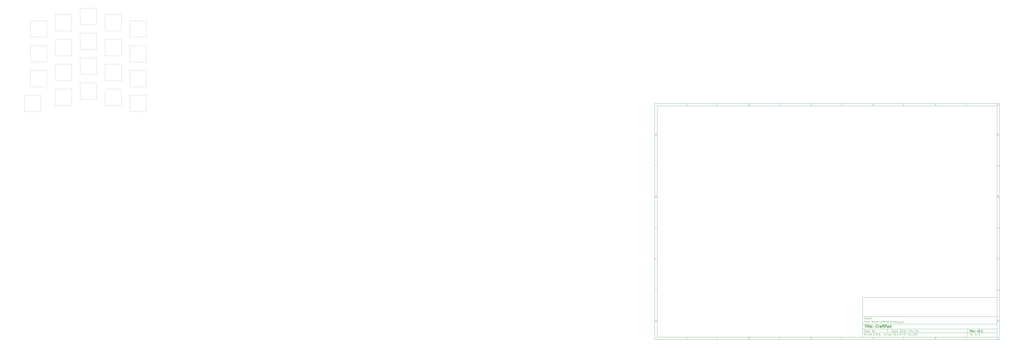
<source format=gbr>
%TF.GenerationSoftware,KiCad,Pcbnew,(5.1.9-0-10_14)*%
%TF.CreationDate,2021-04-02T00:26:10+08:00*%
%TF.ProjectId,MinecraftPad,4d696e65-6372-4616-9674-5061642e6b69,v0.1*%
%TF.SameCoordinates,Original*%
%TF.FileFunction,Other,User*%
%FSLAX46Y46*%
G04 Gerber Fmt 4.6, Leading zero omitted, Abs format (unit mm)*
G04 Created by KiCad (PCBNEW (5.1.9-0-10_14)) date 2021-04-02 00:26:10*
%MOMM*%
%LPD*%
G01*
G04 APERTURE LIST*
%ADD10C,0.100000*%
%ADD11C,0.150000*%
%ADD12C,0.300000*%
%ADD13C,0.400000*%
%ADD14C,0.050000*%
G04 APERTURE END LIST*
D10*
D11*
X177002200Y-166007200D02*
X177002200Y-198007200D01*
X285002200Y-198007200D01*
X285002200Y-166007200D01*
X177002200Y-166007200D01*
D10*
D11*
X10000000Y-10000000D02*
X10000000Y-200007200D01*
X287002200Y-200007200D01*
X287002200Y-10000000D01*
X10000000Y-10000000D01*
D10*
D11*
X12000000Y-12000000D02*
X12000000Y-198007200D01*
X285002200Y-198007200D01*
X285002200Y-12000000D01*
X12000000Y-12000000D01*
D10*
D11*
X60000000Y-12000000D02*
X60000000Y-10000000D01*
D10*
D11*
X110000000Y-12000000D02*
X110000000Y-10000000D01*
D10*
D11*
X160000000Y-12000000D02*
X160000000Y-10000000D01*
D10*
D11*
X210000000Y-12000000D02*
X210000000Y-10000000D01*
D10*
D11*
X260000000Y-12000000D02*
X260000000Y-10000000D01*
D10*
D11*
X36065476Y-11588095D02*
X35322619Y-11588095D01*
X35694047Y-11588095D02*
X35694047Y-10288095D01*
X35570238Y-10473809D01*
X35446428Y-10597619D01*
X35322619Y-10659523D01*
D10*
D11*
X85322619Y-10411904D02*
X85384523Y-10350000D01*
X85508333Y-10288095D01*
X85817857Y-10288095D01*
X85941666Y-10350000D01*
X86003571Y-10411904D01*
X86065476Y-10535714D01*
X86065476Y-10659523D01*
X86003571Y-10845238D01*
X85260714Y-11588095D01*
X86065476Y-11588095D01*
D10*
D11*
X135260714Y-10288095D02*
X136065476Y-10288095D01*
X135632142Y-10783333D01*
X135817857Y-10783333D01*
X135941666Y-10845238D01*
X136003571Y-10907142D01*
X136065476Y-11030952D01*
X136065476Y-11340476D01*
X136003571Y-11464285D01*
X135941666Y-11526190D01*
X135817857Y-11588095D01*
X135446428Y-11588095D01*
X135322619Y-11526190D01*
X135260714Y-11464285D01*
D10*
D11*
X185941666Y-10721428D02*
X185941666Y-11588095D01*
X185632142Y-10226190D02*
X185322619Y-11154761D01*
X186127380Y-11154761D01*
D10*
D11*
X236003571Y-10288095D02*
X235384523Y-10288095D01*
X235322619Y-10907142D01*
X235384523Y-10845238D01*
X235508333Y-10783333D01*
X235817857Y-10783333D01*
X235941666Y-10845238D01*
X236003571Y-10907142D01*
X236065476Y-11030952D01*
X236065476Y-11340476D01*
X236003571Y-11464285D01*
X235941666Y-11526190D01*
X235817857Y-11588095D01*
X235508333Y-11588095D01*
X235384523Y-11526190D01*
X235322619Y-11464285D01*
D10*
D11*
X285941666Y-10288095D02*
X285694047Y-10288095D01*
X285570238Y-10350000D01*
X285508333Y-10411904D01*
X285384523Y-10597619D01*
X285322619Y-10845238D01*
X285322619Y-11340476D01*
X285384523Y-11464285D01*
X285446428Y-11526190D01*
X285570238Y-11588095D01*
X285817857Y-11588095D01*
X285941666Y-11526190D01*
X286003571Y-11464285D01*
X286065476Y-11340476D01*
X286065476Y-11030952D01*
X286003571Y-10907142D01*
X285941666Y-10845238D01*
X285817857Y-10783333D01*
X285570238Y-10783333D01*
X285446428Y-10845238D01*
X285384523Y-10907142D01*
X285322619Y-11030952D01*
D10*
D11*
X60000000Y-198007200D02*
X60000000Y-200007200D01*
D10*
D11*
X110000000Y-198007200D02*
X110000000Y-200007200D01*
D10*
D11*
X160000000Y-198007200D02*
X160000000Y-200007200D01*
D10*
D11*
X210000000Y-198007200D02*
X210000000Y-200007200D01*
D10*
D11*
X260000000Y-198007200D02*
X260000000Y-200007200D01*
D10*
D11*
X36065476Y-199595295D02*
X35322619Y-199595295D01*
X35694047Y-199595295D02*
X35694047Y-198295295D01*
X35570238Y-198481009D01*
X35446428Y-198604819D01*
X35322619Y-198666723D01*
D10*
D11*
X85322619Y-198419104D02*
X85384523Y-198357200D01*
X85508333Y-198295295D01*
X85817857Y-198295295D01*
X85941666Y-198357200D01*
X86003571Y-198419104D01*
X86065476Y-198542914D01*
X86065476Y-198666723D01*
X86003571Y-198852438D01*
X85260714Y-199595295D01*
X86065476Y-199595295D01*
D10*
D11*
X135260714Y-198295295D02*
X136065476Y-198295295D01*
X135632142Y-198790533D01*
X135817857Y-198790533D01*
X135941666Y-198852438D01*
X136003571Y-198914342D01*
X136065476Y-199038152D01*
X136065476Y-199347676D01*
X136003571Y-199471485D01*
X135941666Y-199533390D01*
X135817857Y-199595295D01*
X135446428Y-199595295D01*
X135322619Y-199533390D01*
X135260714Y-199471485D01*
D10*
D11*
X185941666Y-198728628D02*
X185941666Y-199595295D01*
X185632142Y-198233390D02*
X185322619Y-199161961D01*
X186127380Y-199161961D01*
D10*
D11*
X236003571Y-198295295D02*
X235384523Y-198295295D01*
X235322619Y-198914342D01*
X235384523Y-198852438D01*
X235508333Y-198790533D01*
X235817857Y-198790533D01*
X235941666Y-198852438D01*
X236003571Y-198914342D01*
X236065476Y-199038152D01*
X236065476Y-199347676D01*
X236003571Y-199471485D01*
X235941666Y-199533390D01*
X235817857Y-199595295D01*
X235508333Y-199595295D01*
X235384523Y-199533390D01*
X235322619Y-199471485D01*
D10*
D11*
X285941666Y-198295295D02*
X285694047Y-198295295D01*
X285570238Y-198357200D01*
X285508333Y-198419104D01*
X285384523Y-198604819D01*
X285322619Y-198852438D01*
X285322619Y-199347676D01*
X285384523Y-199471485D01*
X285446428Y-199533390D01*
X285570238Y-199595295D01*
X285817857Y-199595295D01*
X285941666Y-199533390D01*
X286003571Y-199471485D01*
X286065476Y-199347676D01*
X286065476Y-199038152D01*
X286003571Y-198914342D01*
X285941666Y-198852438D01*
X285817857Y-198790533D01*
X285570238Y-198790533D01*
X285446428Y-198852438D01*
X285384523Y-198914342D01*
X285322619Y-199038152D01*
D10*
D11*
X10000000Y-60000000D02*
X12000000Y-60000000D01*
D10*
D11*
X10000000Y-110000000D02*
X12000000Y-110000000D01*
D10*
D11*
X10000000Y-160000000D02*
X12000000Y-160000000D01*
D10*
D11*
X10690476Y-35216666D02*
X11309523Y-35216666D01*
X10566666Y-35588095D02*
X11000000Y-34288095D01*
X11433333Y-35588095D01*
D10*
D11*
X11092857Y-84907142D02*
X11278571Y-84969047D01*
X11340476Y-85030952D01*
X11402380Y-85154761D01*
X11402380Y-85340476D01*
X11340476Y-85464285D01*
X11278571Y-85526190D01*
X11154761Y-85588095D01*
X10659523Y-85588095D01*
X10659523Y-84288095D01*
X11092857Y-84288095D01*
X11216666Y-84350000D01*
X11278571Y-84411904D01*
X11340476Y-84535714D01*
X11340476Y-84659523D01*
X11278571Y-84783333D01*
X11216666Y-84845238D01*
X11092857Y-84907142D01*
X10659523Y-84907142D01*
D10*
D11*
X11402380Y-135464285D02*
X11340476Y-135526190D01*
X11154761Y-135588095D01*
X11030952Y-135588095D01*
X10845238Y-135526190D01*
X10721428Y-135402380D01*
X10659523Y-135278571D01*
X10597619Y-135030952D01*
X10597619Y-134845238D01*
X10659523Y-134597619D01*
X10721428Y-134473809D01*
X10845238Y-134350000D01*
X11030952Y-134288095D01*
X11154761Y-134288095D01*
X11340476Y-134350000D01*
X11402380Y-134411904D01*
D10*
D11*
X10659523Y-185588095D02*
X10659523Y-184288095D01*
X10969047Y-184288095D01*
X11154761Y-184350000D01*
X11278571Y-184473809D01*
X11340476Y-184597619D01*
X11402380Y-184845238D01*
X11402380Y-185030952D01*
X11340476Y-185278571D01*
X11278571Y-185402380D01*
X11154761Y-185526190D01*
X10969047Y-185588095D01*
X10659523Y-185588095D01*
D10*
D11*
X287002200Y-60000000D02*
X285002200Y-60000000D01*
D10*
D11*
X287002200Y-110000000D02*
X285002200Y-110000000D01*
D10*
D11*
X287002200Y-160000000D02*
X285002200Y-160000000D01*
D10*
D11*
X285692676Y-35216666D02*
X286311723Y-35216666D01*
X285568866Y-35588095D02*
X286002200Y-34288095D01*
X286435533Y-35588095D01*
D10*
D11*
X286095057Y-84907142D02*
X286280771Y-84969047D01*
X286342676Y-85030952D01*
X286404580Y-85154761D01*
X286404580Y-85340476D01*
X286342676Y-85464285D01*
X286280771Y-85526190D01*
X286156961Y-85588095D01*
X285661723Y-85588095D01*
X285661723Y-84288095D01*
X286095057Y-84288095D01*
X286218866Y-84350000D01*
X286280771Y-84411904D01*
X286342676Y-84535714D01*
X286342676Y-84659523D01*
X286280771Y-84783333D01*
X286218866Y-84845238D01*
X286095057Y-84907142D01*
X285661723Y-84907142D01*
D10*
D11*
X286404580Y-135464285D02*
X286342676Y-135526190D01*
X286156961Y-135588095D01*
X286033152Y-135588095D01*
X285847438Y-135526190D01*
X285723628Y-135402380D01*
X285661723Y-135278571D01*
X285599819Y-135030952D01*
X285599819Y-134845238D01*
X285661723Y-134597619D01*
X285723628Y-134473809D01*
X285847438Y-134350000D01*
X286033152Y-134288095D01*
X286156961Y-134288095D01*
X286342676Y-134350000D01*
X286404580Y-134411904D01*
D10*
D11*
X285661723Y-185588095D02*
X285661723Y-184288095D01*
X285971247Y-184288095D01*
X286156961Y-184350000D01*
X286280771Y-184473809D01*
X286342676Y-184597619D01*
X286404580Y-184845238D01*
X286404580Y-185030952D01*
X286342676Y-185278571D01*
X286280771Y-185402380D01*
X286156961Y-185526190D01*
X285971247Y-185588095D01*
X285661723Y-185588095D01*
D10*
D11*
X200434342Y-193785771D02*
X200434342Y-192285771D01*
X200791485Y-192285771D01*
X201005771Y-192357200D01*
X201148628Y-192500057D01*
X201220057Y-192642914D01*
X201291485Y-192928628D01*
X201291485Y-193142914D01*
X201220057Y-193428628D01*
X201148628Y-193571485D01*
X201005771Y-193714342D01*
X200791485Y-193785771D01*
X200434342Y-193785771D01*
X202577200Y-193785771D02*
X202577200Y-193000057D01*
X202505771Y-192857200D01*
X202362914Y-192785771D01*
X202077200Y-192785771D01*
X201934342Y-192857200D01*
X202577200Y-193714342D02*
X202434342Y-193785771D01*
X202077200Y-193785771D01*
X201934342Y-193714342D01*
X201862914Y-193571485D01*
X201862914Y-193428628D01*
X201934342Y-193285771D01*
X202077200Y-193214342D01*
X202434342Y-193214342D01*
X202577200Y-193142914D01*
X203077200Y-192785771D02*
X203648628Y-192785771D01*
X203291485Y-192285771D02*
X203291485Y-193571485D01*
X203362914Y-193714342D01*
X203505771Y-193785771D01*
X203648628Y-193785771D01*
X204720057Y-193714342D02*
X204577200Y-193785771D01*
X204291485Y-193785771D01*
X204148628Y-193714342D01*
X204077200Y-193571485D01*
X204077200Y-193000057D01*
X204148628Y-192857200D01*
X204291485Y-192785771D01*
X204577200Y-192785771D01*
X204720057Y-192857200D01*
X204791485Y-193000057D01*
X204791485Y-193142914D01*
X204077200Y-193285771D01*
X205434342Y-193642914D02*
X205505771Y-193714342D01*
X205434342Y-193785771D01*
X205362914Y-193714342D01*
X205434342Y-193642914D01*
X205434342Y-193785771D01*
X205434342Y-192857200D02*
X205505771Y-192928628D01*
X205434342Y-193000057D01*
X205362914Y-192928628D01*
X205434342Y-192857200D01*
X205434342Y-193000057D01*
X207220057Y-192428628D02*
X207291485Y-192357200D01*
X207434342Y-192285771D01*
X207791485Y-192285771D01*
X207934342Y-192357200D01*
X208005771Y-192428628D01*
X208077200Y-192571485D01*
X208077200Y-192714342D01*
X208005771Y-192928628D01*
X207148628Y-193785771D01*
X208077200Y-193785771D01*
X209005771Y-192285771D02*
X209148628Y-192285771D01*
X209291485Y-192357200D01*
X209362914Y-192428628D01*
X209434342Y-192571485D01*
X209505771Y-192857200D01*
X209505771Y-193214342D01*
X209434342Y-193500057D01*
X209362914Y-193642914D01*
X209291485Y-193714342D01*
X209148628Y-193785771D01*
X209005771Y-193785771D01*
X208862914Y-193714342D01*
X208791485Y-193642914D01*
X208720057Y-193500057D01*
X208648628Y-193214342D01*
X208648628Y-192857200D01*
X208720057Y-192571485D01*
X208791485Y-192428628D01*
X208862914Y-192357200D01*
X209005771Y-192285771D01*
X210077200Y-192428628D02*
X210148628Y-192357200D01*
X210291485Y-192285771D01*
X210648628Y-192285771D01*
X210791485Y-192357200D01*
X210862914Y-192428628D01*
X210934342Y-192571485D01*
X210934342Y-192714342D01*
X210862914Y-192928628D01*
X210005771Y-193785771D01*
X210934342Y-193785771D01*
X212362914Y-193785771D02*
X211505771Y-193785771D01*
X211934342Y-193785771D02*
X211934342Y-192285771D01*
X211791485Y-192500057D01*
X211648628Y-192642914D01*
X211505771Y-192714342D01*
X213005771Y-193214342D02*
X214148628Y-193214342D01*
X215148628Y-192285771D02*
X215291485Y-192285771D01*
X215434342Y-192357200D01*
X215505771Y-192428628D01*
X215577200Y-192571485D01*
X215648628Y-192857200D01*
X215648628Y-193214342D01*
X215577200Y-193500057D01*
X215505771Y-193642914D01*
X215434342Y-193714342D01*
X215291485Y-193785771D01*
X215148628Y-193785771D01*
X215005771Y-193714342D01*
X214934342Y-193642914D01*
X214862914Y-193500057D01*
X214791485Y-193214342D01*
X214791485Y-192857200D01*
X214862914Y-192571485D01*
X214934342Y-192428628D01*
X215005771Y-192357200D01*
X215148628Y-192285771D01*
X216934342Y-192785771D02*
X216934342Y-193785771D01*
X216577200Y-192214342D02*
X216220057Y-193285771D01*
X217148628Y-193285771D01*
X217720057Y-193214342D02*
X218862914Y-193214342D01*
X219862914Y-192285771D02*
X220005771Y-192285771D01*
X220148628Y-192357200D01*
X220220057Y-192428628D01*
X220291485Y-192571485D01*
X220362914Y-192857200D01*
X220362914Y-193214342D01*
X220291485Y-193500057D01*
X220220057Y-193642914D01*
X220148628Y-193714342D01*
X220005771Y-193785771D01*
X219862914Y-193785771D01*
X219720057Y-193714342D01*
X219648628Y-193642914D01*
X219577200Y-193500057D01*
X219505771Y-193214342D01*
X219505771Y-192857200D01*
X219577200Y-192571485D01*
X219648628Y-192428628D01*
X219720057Y-192357200D01*
X219862914Y-192285771D01*
X221791485Y-193785771D02*
X220934342Y-193785771D01*
X221362914Y-193785771D02*
X221362914Y-192285771D01*
X221220057Y-192500057D01*
X221077200Y-192642914D01*
X220934342Y-192714342D01*
D10*
D11*
X177002200Y-194507200D02*
X285002200Y-194507200D01*
D10*
D11*
X178434342Y-196585771D02*
X178434342Y-195085771D01*
X179291485Y-196585771D02*
X178648628Y-195728628D01*
X179291485Y-195085771D02*
X178434342Y-195942914D01*
X179934342Y-196585771D02*
X179934342Y-195585771D01*
X179934342Y-195085771D02*
X179862914Y-195157200D01*
X179934342Y-195228628D01*
X180005771Y-195157200D01*
X179934342Y-195085771D01*
X179934342Y-195228628D01*
X181505771Y-196442914D02*
X181434342Y-196514342D01*
X181220057Y-196585771D01*
X181077200Y-196585771D01*
X180862914Y-196514342D01*
X180720057Y-196371485D01*
X180648628Y-196228628D01*
X180577200Y-195942914D01*
X180577200Y-195728628D01*
X180648628Y-195442914D01*
X180720057Y-195300057D01*
X180862914Y-195157200D01*
X181077200Y-195085771D01*
X181220057Y-195085771D01*
X181434342Y-195157200D01*
X181505771Y-195228628D01*
X182791485Y-196585771D02*
X182791485Y-195800057D01*
X182720057Y-195657200D01*
X182577200Y-195585771D01*
X182291485Y-195585771D01*
X182148628Y-195657200D01*
X182791485Y-196514342D02*
X182648628Y-196585771D01*
X182291485Y-196585771D01*
X182148628Y-196514342D01*
X182077200Y-196371485D01*
X182077200Y-196228628D01*
X182148628Y-196085771D01*
X182291485Y-196014342D01*
X182648628Y-196014342D01*
X182791485Y-195942914D01*
X184148628Y-196585771D02*
X184148628Y-195085771D01*
X184148628Y-196514342D02*
X184005771Y-196585771D01*
X183720057Y-196585771D01*
X183577200Y-196514342D01*
X183505771Y-196442914D01*
X183434342Y-196300057D01*
X183434342Y-195871485D01*
X183505771Y-195728628D01*
X183577200Y-195657200D01*
X183720057Y-195585771D01*
X184005771Y-195585771D01*
X184148628Y-195657200D01*
X186005771Y-195800057D02*
X186505771Y-195800057D01*
X186720057Y-196585771D02*
X186005771Y-196585771D01*
X186005771Y-195085771D01*
X186720057Y-195085771D01*
X187362914Y-196442914D02*
X187434342Y-196514342D01*
X187362914Y-196585771D01*
X187291485Y-196514342D01*
X187362914Y-196442914D01*
X187362914Y-196585771D01*
X188077200Y-196585771D02*
X188077200Y-195085771D01*
X188434342Y-195085771D01*
X188648628Y-195157200D01*
X188791485Y-195300057D01*
X188862914Y-195442914D01*
X188934342Y-195728628D01*
X188934342Y-195942914D01*
X188862914Y-196228628D01*
X188791485Y-196371485D01*
X188648628Y-196514342D01*
X188434342Y-196585771D01*
X188077200Y-196585771D01*
X189577200Y-196442914D02*
X189648628Y-196514342D01*
X189577200Y-196585771D01*
X189505771Y-196514342D01*
X189577200Y-196442914D01*
X189577200Y-196585771D01*
X190220057Y-196157200D02*
X190934342Y-196157200D01*
X190077200Y-196585771D02*
X190577200Y-195085771D01*
X191077200Y-196585771D01*
X191577200Y-196442914D02*
X191648628Y-196514342D01*
X191577200Y-196585771D01*
X191505771Y-196514342D01*
X191577200Y-196442914D01*
X191577200Y-196585771D01*
X194577200Y-196585771D02*
X194577200Y-195085771D01*
X194720057Y-196014342D02*
X195148628Y-196585771D01*
X195148628Y-195585771D02*
X194577200Y-196157200D01*
X195791485Y-196585771D02*
X195791485Y-195585771D01*
X195791485Y-195085771D02*
X195720057Y-195157200D01*
X195791485Y-195228628D01*
X195862914Y-195157200D01*
X195791485Y-195085771D01*
X195791485Y-195228628D01*
X197148628Y-196514342D02*
X197005771Y-196585771D01*
X196720057Y-196585771D01*
X196577200Y-196514342D01*
X196505771Y-196442914D01*
X196434342Y-196300057D01*
X196434342Y-195871485D01*
X196505771Y-195728628D01*
X196577200Y-195657200D01*
X196720057Y-195585771D01*
X197005771Y-195585771D01*
X197148628Y-195657200D01*
X198434342Y-196585771D02*
X198434342Y-195800057D01*
X198362914Y-195657200D01*
X198220057Y-195585771D01*
X197934342Y-195585771D01*
X197791485Y-195657200D01*
X198434342Y-196514342D02*
X198291485Y-196585771D01*
X197934342Y-196585771D01*
X197791485Y-196514342D01*
X197720057Y-196371485D01*
X197720057Y-196228628D01*
X197791485Y-196085771D01*
X197934342Y-196014342D01*
X198291485Y-196014342D01*
X198434342Y-195942914D01*
X199791485Y-196585771D02*
X199791485Y-195085771D01*
X199791485Y-196514342D02*
X199648628Y-196585771D01*
X199362914Y-196585771D01*
X199220057Y-196514342D01*
X199148628Y-196442914D01*
X199077200Y-196300057D01*
X199077200Y-195871485D01*
X199148628Y-195728628D01*
X199220057Y-195657200D01*
X199362914Y-195585771D01*
X199648628Y-195585771D01*
X199791485Y-195657200D01*
X202077200Y-197157200D02*
X202005771Y-197085771D01*
X201862914Y-196871485D01*
X201791485Y-196728628D01*
X201720057Y-196514342D01*
X201648628Y-196157200D01*
X201648628Y-195871485D01*
X201720057Y-195514342D01*
X201791485Y-195300057D01*
X201862914Y-195157200D01*
X202005771Y-194942914D01*
X202077200Y-194871485D01*
X203362914Y-195085771D02*
X202648628Y-195085771D01*
X202577200Y-195800057D01*
X202648628Y-195728628D01*
X202791485Y-195657200D01*
X203148628Y-195657200D01*
X203291485Y-195728628D01*
X203362914Y-195800057D01*
X203434342Y-195942914D01*
X203434342Y-196300057D01*
X203362914Y-196442914D01*
X203291485Y-196514342D01*
X203148628Y-196585771D01*
X202791485Y-196585771D01*
X202648628Y-196514342D01*
X202577200Y-196442914D01*
X204077200Y-196442914D02*
X204148628Y-196514342D01*
X204077200Y-196585771D01*
X204005771Y-196514342D01*
X204077200Y-196442914D01*
X204077200Y-196585771D01*
X205577200Y-196585771D02*
X204720057Y-196585771D01*
X205148628Y-196585771D02*
X205148628Y-195085771D01*
X205005771Y-195300057D01*
X204862914Y-195442914D01*
X204720057Y-195514342D01*
X206220057Y-196442914D02*
X206291485Y-196514342D01*
X206220057Y-196585771D01*
X206148628Y-196514342D01*
X206220057Y-196442914D01*
X206220057Y-196585771D01*
X207005771Y-196585771D02*
X207291485Y-196585771D01*
X207434342Y-196514342D01*
X207505771Y-196442914D01*
X207648628Y-196228628D01*
X207720057Y-195942914D01*
X207720057Y-195371485D01*
X207648628Y-195228628D01*
X207577200Y-195157200D01*
X207434342Y-195085771D01*
X207148628Y-195085771D01*
X207005771Y-195157200D01*
X206934342Y-195228628D01*
X206862914Y-195371485D01*
X206862914Y-195728628D01*
X206934342Y-195871485D01*
X207005771Y-195942914D01*
X207148628Y-196014342D01*
X207434342Y-196014342D01*
X207577200Y-195942914D01*
X207648628Y-195871485D01*
X207720057Y-195728628D01*
X208362914Y-196014342D02*
X209505771Y-196014342D01*
X210505771Y-195085771D02*
X210648628Y-195085771D01*
X210791485Y-195157200D01*
X210862914Y-195228628D01*
X210934342Y-195371485D01*
X211005771Y-195657200D01*
X211005771Y-196014342D01*
X210934342Y-196300057D01*
X210862914Y-196442914D01*
X210791485Y-196514342D01*
X210648628Y-196585771D01*
X210505771Y-196585771D01*
X210362914Y-196514342D01*
X210291485Y-196442914D01*
X210220057Y-196300057D01*
X210148628Y-196014342D01*
X210148628Y-195657200D01*
X210220057Y-195371485D01*
X210291485Y-195228628D01*
X210362914Y-195157200D01*
X210505771Y-195085771D01*
X211648628Y-196014342D02*
X212791485Y-196014342D01*
X214291485Y-196585771D02*
X213434342Y-196585771D01*
X213862914Y-196585771D02*
X213862914Y-195085771D01*
X213720057Y-195300057D01*
X213577200Y-195442914D01*
X213434342Y-195514342D01*
X215220057Y-195085771D02*
X215362914Y-195085771D01*
X215505771Y-195157200D01*
X215577200Y-195228628D01*
X215648628Y-195371485D01*
X215720057Y-195657200D01*
X215720057Y-196014342D01*
X215648628Y-196300057D01*
X215577200Y-196442914D01*
X215505771Y-196514342D01*
X215362914Y-196585771D01*
X215220057Y-196585771D01*
X215077200Y-196514342D01*
X215005771Y-196442914D01*
X214934342Y-196300057D01*
X214862914Y-196014342D01*
X214862914Y-195657200D01*
X214934342Y-195371485D01*
X215005771Y-195228628D01*
X215077200Y-195157200D01*
X215220057Y-195085771D01*
X216005771Y-196728628D02*
X217148628Y-196728628D01*
X218291485Y-196585771D02*
X217434342Y-196585771D01*
X217862914Y-196585771D02*
X217862914Y-195085771D01*
X217720057Y-195300057D01*
X217577200Y-195442914D01*
X217434342Y-195514342D01*
X219577200Y-195585771D02*
X219577200Y-196585771D01*
X219220057Y-195014342D02*
X218862914Y-196085771D01*
X219791485Y-196085771D01*
X220220057Y-197157200D02*
X220291485Y-197085771D01*
X220434342Y-196871485D01*
X220505771Y-196728628D01*
X220577200Y-196514342D01*
X220648628Y-196157200D01*
X220648628Y-195871485D01*
X220577200Y-195514342D01*
X220505771Y-195300057D01*
X220434342Y-195157200D01*
X220291485Y-194942914D01*
X220220057Y-194871485D01*
D10*
D11*
X177002200Y-191507200D02*
X285002200Y-191507200D01*
D10*
D12*
X264411485Y-193785771D02*
X263911485Y-193071485D01*
X263554342Y-193785771D02*
X263554342Y-192285771D01*
X264125771Y-192285771D01*
X264268628Y-192357200D01*
X264340057Y-192428628D01*
X264411485Y-192571485D01*
X264411485Y-192785771D01*
X264340057Y-192928628D01*
X264268628Y-193000057D01*
X264125771Y-193071485D01*
X263554342Y-193071485D01*
X265625771Y-193714342D02*
X265482914Y-193785771D01*
X265197200Y-193785771D01*
X265054342Y-193714342D01*
X264982914Y-193571485D01*
X264982914Y-193000057D01*
X265054342Y-192857200D01*
X265197200Y-192785771D01*
X265482914Y-192785771D01*
X265625771Y-192857200D01*
X265697200Y-193000057D01*
X265697200Y-193142914D01*
X264982914Y-193285771D01*
X266197200Y-192785771D02*
X266554342Y-193785771D01*
X266911485Y-192785771D01*
X267482914Y-193642914D02*
X267554342Y-193714342D01*
X267482914Y-193785771D01*
X267411485Y-193714342D01*
X267482914Y-193642914D01*
X267482914Y-193785771D01*
X267482914Y-192857200D02*
X267554342Y-192928628D01*
X267482914Y-193000057D01*
X267411485Y-192928628D01*
X267482914Y-192857200D01*
X267482914Y-193000057D01*
X269197200Y-192785771D02*
X269554342Y-193785771D01*
X269911485Y-192785771D01*
X270768628Y-192285771D02*
X270911485Y-192285771D01*
X271054342Y-192357200D01*
X271125771Y-192428628D01*
X271197200Y-192571485D01*
X271268628Y-192857200D01*
X271268628Y-193214342D01*
X271197200Y-193500057D01*
X271125771Y-193642914D01*
X271054342Y-193714342D01*
X270911485Y-193785771D01*
X270768628Y-193785771D01*
X270625771Y-193714342D01*
X270554342Y-193642914D01*
X270482914Y-193500057D01*
X270411485Y-193214342D01*
X270411485Y-192857200D01*
X270482914Y-192571485D01*
X270554342Y-192428628D01*
X270625771Y-192357200D01*
X270768628Y-192285771D01*
X271911485Y-193642914D02*
X271982914Y-193714342D01*
X271911485Y-193785771D01*
X271840057Y-193714342D01*
X271911485Y-193642914D01*
X271911485Y-193785771D01*
X273411485Y-193785771D02*
X272554342Y-193785771D01*
X272982914Y-193785771D02*
X272982914Y-192285771D01*
X272840057Y-192500057D01*
X272697200Y-192642914D01*
X272554342Y-192714342D01*
D10*
D11*
X178362914Y-193714342D02*
X178577200Y-193785771D01*
X178934342Y-193785771D01*
X179077200Y-193714342D01*
X179148628Y-193642914D01*
X179220057Y-193500057D01*
X179220057Y-193357200D01*
X179148628Y-193214342D01*
X179077200Y-193142914D01*
X178934342Y-193071485D01*
X178648628Y-193000057D01*
X178505771Y-192928628D01*
X178434342Y-192857200D01*
X178362914Y-192714342D01*
X178362914Y-192571485D01*
X178434342Y-192428628D01*
X178505771Y-192357200D01*
X178648628Y-192285771D01*
X179005771Y-192285771D01*
X179220057Y-192357200D01*
X179862914Y-193785771D02*
X179862914Y-192785771D01*
X179862914Y-192285771D02*
X179791485Y-192357200D01*
X179862914Y-192428628D01*
X179934342Y-192357200D01*
X179862914Y-192285771D01*
X179862914Y-192428628D01*
X180434342Y-192785771D02*
X181220057Y-192785771D01*
X180434342Y-193785771D01*
X181220057Y-193785771D01*
X182362914Y-193714342D02*
X182220057Y-193785771D01*
X181934342Y-193785771D01*
X181791485Y-193714342D01*
X181720057Y-193571485D01*
X181720057Y-193000057D01*
X181791485Y-192857200D01*
X181934342Y-192785771D01*
X182220057Y-192785771D01*
X182362914Y-192857200D01*
X182434342Y-193000057D01*
X182434342Y-193142914D01*
X181720057Y-193285771D01*
X183077200Y-193642914D02*
X183148628Y-193714342D01*
X183077200Y-193785771D01*
X183005771Y-193714342D01*
X183077200Y-193642914D01*
X183077200Y-193785771D01*
X183077200Y-192857200D02*
X183148628Y-192928628D01*
X183077200Y-193000057D01*
X183005771Y-192928628D01*
X183077200Y-192857200D01*
X183077200Y-193000057D01*
X184862914Y-193357200D02*
X185577200Y-193357200D01*
X184720057Y-193785771D02*
X185220057Y-192285771D01*
X185720057Y-193785771D01*
X186862914Y-192785771D02*
X186862914Y-193785771D01*
X186505771Y-192214342D02*
X186148628Y-193285771D01*
X187077200Y-193285771D01*
D10*
D11*
X263434342Y-196585771D02*
X263434342Y-195085771D01*
X264791485Y-196585771D02*
X264791485Y-195085771D01*
X264791485Y-196514342D02*
X264648628Y-196585771D01*
X264362914Y-196585771D01*
X264220057Y-196514342D01*
X264148628Y-196442914D01*
X264077200Y-196300057D01*
X264077200Y-195871485D01*
X264148628Y-195728628D01*
X264220057Y-195657200D01*
X264362914Y-195585771D01*
X264648628Y-195585771D01*
X264791485Y-195657200D01*
X265505771Y-196442914D02*
X265577200Y-196514342D01*
X265505771Y-196585771D01*
X265434342Y-196514342D01*
X265505771Y-196442914D01*
X265505771Y-196585771D01*
X265505771Y-195657200D02*
X265577200Y-195728628D01*
X265505771Y-195800057D01*
X265434342Y-195728628D01*
X265505771Y-195657200D01*
X265505771Y-195800057D01*
X268148628Y-196585771D02*
X267291485Y-196585771D01*
X267720057Y-196585771D02*
X267720057Y-195085771D01*
X267577200Y-195300057D01*
X267434342Y-195442914D01*
X267291485Y-195514342D01*
X269862914Y-195014342D02*
X268577200Y-196942914D01*
X271148628Y-196585771D02*
X270291485Y-196585771D01*
X270720057Y-196585771D02*
X270720057Y-195085771D01*
X270577200Y-195300057D01*
X270434342Y-195442914D01*
X270291485Y-195514342D01*
D10*
D11*
X177002200Y-187507200D02*
X285002200Y-187507200D01*
D10*
D13*
X178714580Y-188211961D02*
X179857438Y-188211961D01*
X179036009Y-190211961D02*
X179286009Y-188211961D01*
X180274104Y-190211961D02*
X180440771Y-188878628D01*
X180524104Y-188211961D02*
X180416961Y-188307200D01*
X180500295Y-188402438D01*
X180607438Y-188307200D01*
X180524104Y-188211961D01*
X180500295Y-188402438D01*
X181107438Y-188878628D02*
X181869342Y-188878628D01*
X181476485Y-188211961D02*
X181262200Y-189926247D01*
X181333628Y-190116723D01*
X181512200Y-190211961D01*
X181702676Y-190211961D01*
X182655057Y-190211961D02*
X182476485Y-190116723D01*
X182405057Y-189926247D01*
X182619342Y-188211961D01*
X184190771Y-190116723D02*
X183988390Y-190211961D01*
X183607438Y-190211961D01*
X183428866Y-190116723D01*
X183357438Y-189926247D01*
X183452676Y-189164342D01*
X183571723Y-188973866D01*
X183774104Y-188878628D01*
X184155057Y-188878628D01*
X184333628Y-188973866D01*
X184405057Y-189164342D01*
X184381247Y-189354819D01*
X183405057Y-189545295D01*
X185155057Y-190021485D02*
X185238390Y-190116723D01*
X185131247Y-190211961D01*
X185047914Y-190116723D01*
X185155057Y-190021485D01*
X185131247Y-190211961D01*
X185286009Y-188973866D02*
X185369342Y-189069104D01*
X185262200Y-189164342D01*
X185178866Y-189069104D01*
X185286009Y-188973866D01*
X185262200Y-189164342D01*
X188774104Y-190021485D02*
X188666961Y-190116723D01*
X188369342Y-190211961D01*
X188178866Y-190211961D01*
X187905057Y-190116723D01*
X187738390Y-189926247D01*
X187666961Y-189735771D01*
X187619342Y-189354819D01*
X187655057Y-189069104D01*
X187797914Y-188688152D01*
X187916961Y-188497676D01*
X188131247Y-188307200D01*
X188428866Y-188211961D01*
X188619342Y-188211961D01*
X188893152Y-188307200D01*
X188976485Y-188402438D01*
X189607438Y-190211961D02*
X189774104Y-188878628D01*
X189726485Y-189259580D02*
X189845533Y-189069104D01*
X189952676Y-188973866D01*
X190155057Y-188878628D01*
X190345533Y-188878628D01*
X191702676Y-190211961D02*
X191833628Y-189164342D01*
X191762200Y-188973866D01*
X191583628Y-188878628D01*
X191202676Y-188878628D01*
X191000295Y-188973866D01*
X191714580Y-190116723D02*
X191512200Y-190211961D01*
X191036009Y-190211961D01*
X190857438Y-190116723D01*
X190786009Y-189926247D01*
X190809819Y-189735771D01*
X190928866Y-189545295D01*
X191131247Y-189450057D01*
X191607438Y-189450057D01*
X191809819Y-189354819D01*
X192536009Y-188878628D02*
X193297914Y-188878628D01*
X192655057Y-190211961D02*
X192869342Y-188497676D01*
X192988390Y-188307200D01*
X193190771Y-188211961D01*
X193381247Y-188211961D01*
X193678866Y-188878628D02*
X194440771Y-188878628D01*
X194047914Y-188211961D02*
X193833628Y-189926247D01*
X193905057Y-190116723D01*
X194083628Y-190211961D01*
X194274104Y-190211961D01*
X194940771Y-190211961D02*
X195190771Y-188211961D01*
X195952676Y-188211961D01*
X196131247Y-188307200D01*
X196214580Y-188402438D01*
X196286009Y-188592914D01*
X196250295Y-188878628D01*
X196131247Y-189069104D01*
X196024104Y-189164342D01*
X195821723Y-189259580D01*
X195059819Y-189259580D01*
X197797914Y-190211961D02*
X197928866Y-189164342D01*
X197857438Y-188973866D01*
X197678866Y-188878628D01*
X197297914Y-188878628D01*
X197095533Y-188973866D01*
X197809819Y-190116723D02*
X197607438Y-190211961D01*
X197131247Y-190211961D01*
X196952676Y-190116723D01*
X196881247Y-189926247D01*
X196905057Y-189735771D01*
X197024104Y-189545295D01*
X197226485Y-189450057D01*
X197702676Y-189450057D01*
X197905057Y-189354819D01*
X199607438Y-190211961D02*
X199857438Y-188211961D01*
X199619342Y-190116723D02*
X199416961Y-190211961D01*
X199036009Y-190211961D01*
X198857438Y-190116723D01*
X198774104Y-190021485D01*
X198702676Y-189831009D01*
X198774104Y-189259580D01*
X198893152Y-189069104D01*
X199000295Y-188973866D01*
X199202676Y-188878628D01*
X199583628Y-188878628D01*
X199762200Y-188973866D01*
D10*
D11*
X178934342Y-185600057D02*
X178434342Y-185600057D01*
X178434342Y-186385771D02*
X178434342Y-184885771D01*
X179148628Y-184885771D01*
X179720057Y-186385771D02*
X179720057Y-185385771D01*
X179720057Y-184885771D02*
X179648628Y-184957200D01*
X179720057Y-185028628D01*
X179791485Y-184957200D01*
X179720057Y-184885771D01*
X179720057Y-185028628D01*
X180648628Y-186385771D02*
X180505771Y-186314342D01*
X180434342Y-186171485D01*
X180434342Y-184885771D01*
X181791485Y-186314342D02*
X181648628Y-186385771D01*
X181362914Y-186385771D01*
X181220057Y-186314342D01*
X181148628Y-186171485D01*
X181148628Y-185600057D01*
X181220057Y-185457200D01*
X181362914Y-185385771D01*
X181648628Y-185385771D01*
X181791485Y-185457200D01*
X181862914Y-185600057D01*
X181862914Y-185742914D01*
X181148628Y-185885771D01*
X182505771Y-186242914D02*
X182577200Y-186314342D01*
X182505771Y-186385771D01*
X182434342Y-186314342D01*
X182505771Y-186242914D01*
X182505771Y-186385771D01*
X182505771Y-185457200D02*
X182577200Y-185528628D01*
X182505771Y-185600057D01*
X182434342Y-185528628D01*
X182505771Y-185457200D01*
X182505771Y-185600057D01*
X184362914Y-186385771D02*
X184362914Y-184885771D01*
X184862914Y-185957200D01*
X185362914Y-184885771D01*
X185362914Y-186385771D01*
X186077200Y-186385771D02*
X186077200Y-185385771D01*
X186077200Y-184885771D02*
X186005771Y-184957200D01*
X186077200Y-185028628D01*
X186148628Y-184957200D01*
X186077200Y-184885771D01*
X186077200Y-185028628D01*
X186791485Y-185385771D02*
X186791485Y-186385771D01*
X186791485Y-185528628D02*
X186862914Y-185457200D01*
X187005771Y-185385771D01*
X187220057Y-185385771D01*
X187362914Y-185457200D01*
X187434342Y-185600057D01*
X187434342Y-186385771D01*
X188720057Y-186314342D02*
X188577200Y-186385771D01*
X188291485Y-186385771D01*
X188148628Y-186314342D01*
X188077200Y-186171485D01*
X188077200Y-185600057D01*
X188148628Y-185457200D01*
X188291485Y-185385771D01*
X188577200Y-185385771D01*
X188720057Y-185457200D01*
X188791485Y-185600057D01*
X188791485Y-185742914D01*
X188077200Y-185885771D01*
X190077200Y-186314342D02*
X189934342Y-186385771D01*
X189648628Y-186385771D01*
X189505771Y-186314342D01*
X189434342Y-186242914D01*
X189362914Y-186100057D01*
X189362914Y-185671485D01*
X189434342Y-185528628D01*
X189505771Y-185457200D01*
X189648628Y-185385771D01*
X189934342Y-185385771D01*
X190077200Y-185457200D01*
X190720057Y-186385771D02*
X190720057Y-185385771D01*
X190720057Y-185671485D02*
X190791485Y-185528628D01*
X190862914Y-185457200D01*
X191005771Y-185385771D01*
X191148628Y-185385771D01*
X192291485Y-186385771D02*
X192291485Y-185600057D01*
X192220057Y-185457200D01*
X192077200Y-185385771D01*
X191791485Y-185385771D01*
X191648628Y-185457200D01*
X192291485Y-186314342D02*
X192148628Y-186385771D01*
X191791485Y-186385771D01*
X191648628Y-186314342D01*
X191577200Y-186171485D01*
X191577200Y-186028628D01*
X191648628Y-185885771D01*
X191791485Y-185814342D01*
X192148628Y-185814342D01*
X192291485Y-185742914D01*
X192791485Y-185385771D02*
X193362914Y-185385771D01*
X193005771Y-186385771D02*
X193005771Y-185100057D01*
X193077200Y-184957200D01*
X193220057Y-184885771D01*
X193362914Y-184885771D01*
X193648628Y-185385771D02*
X194220057Y-185385771D01*
X193862914Y-184885771D02*
X193862914Y-186171485D01*
X193934342Y-186314342D01*
X194077200Y-186385771D01*
X194220057Y-186385771D01*
X194720057Y-186385771D02*
X194720057Y-184885771D01*
X195291485Y-184885771D01*
X195434342Y-184957200D01*
X195505771Y-185028628D01*
X195577200Y-185171485D01*
X195577200Y-185385771D01*
X195505771Y-185528628D01*
X195434342Y-185600057D01*
X195291485Y-185671485D01*
X194720057Y-185671485D01*
X196862914Y-186385771D02*
X196862914Y-185600057D01*
X196791485Y-185457200D01*
X196648628Y-185385771D01*
X196362914Y-185385771D01*
X196220057Y-185457200D01*
X196862914Y-186314342D02*
X196720057Y-186385771D01*
X196362914Y-186385771D01*
X196220057Y-186314342D01*
X196148628Y-186171485D01*
X196148628Y-186028628D01*
X196220057Y-185885771D01*
X196362914Y-185814342D01*
X196720057Y-185814342D01*
X196862914Y-185742914D01*
X198220057Y-186385771D02*
X198220057Y-184885771D01*
X198220057Y-186314342D02*
X198077200Y-186385771D01*
X197791485Y-186385771D01*
X197648628Y-186314342D01*
X197577200Y-186242914D01*
X197505771Y-186100057D01*
X197505771Y-185671485D01*
X197577200Y-185528628D01*
X197648628Y-185457200D01*
X197791485Y-185385771D01*
X198077200Y-185385771D01*
X198220057Y-185457200D01*
X198934342Y-186242914D02*
X199005771Y-186314342D01*
X198934342Y-186385771D01*
X198862914Y-186314342D01*
X198934342Y-186242914D01*
X198934342Y-186385771D01*
X199648628Y-186385771D02*
X199648628Y-184885771D01*
X199791485Y-185814342D02*
X200220057Y-186385771D01*
X200220057Y-185385771D02*
X199648628Y-185957200D01*
X200862914Y-186385771D02*
X200862914Y-185385771D01*
X200862914Y-184885771D02*
X200791485Y-184957200D01*
X200862914Y-185028628D01*
X200934342Y-184957200D01*
X200862914Y-184885771D01*
X200862914Y-185028628D01*
X202220057Y-186314342D02*
X202077200Y-186385771D01*
X201791485Y-186385771D01*
X201648628Y-186314342D01*
X201577200Y-186242914D01*
X201505771Y-186100057D01*
X201505771Y-185671485D01*
X201577200Y-185528628D01*
X201648628Y-185457200D01*
X201791485Y-185385771D01*
X202077200Y-185385771D01*
X202220057Y-185457200D01*
X203505771Y-186385771D02*
X203505771Y-185600057D01*
X203434342Y-185457200D01*
X203291485Y-185385771D01*
X203005771Y-185385771D01*
X202862914Y-185457200D01*
X203505771Y-186314342D02*
X203362914Y-186385771D01*
X203005771Y-186385771D01*
X202862914Y-186314342D01*
X202791485Y-186171485D01*
X202791485Y-186028628D01*
X202862914Y-185885771D01*
X203005771Y-185814342D01*
X203362914Y-185814342D01*
X203505771Y-185742914D01*
X204862914Y-186385771D02*
X204862914Y-184885771D01*
X204862914Y-186314342D02*
X204720057Y-186385771D01*
X204434342Y-186385771D01*
X204291485Y-186314342D01*
X204220057Y-186242914D01*
X204148628Y-186100057D01*
X204148628Y-185671485D01*
X204220057Y-185528628D01*
X204291485Y-185457200D01*
X204434342Y-185385771D01*
X204720057Y-185385771D01*
X204862914Y-185457200D01*
X205220057Y-186528628D02*
X206362914Y-186528628D01*
X206720057Y-185385771D02*
X206720057Y-186885771D01*
X206720057Y-185457200D02*
X206862914Y-185385771D01*
X207148628Y-185385771D01*
X207291485Y-185457200D01*
X207362914Y-185528628D01*
X207434342Y-185671485D01*
X207434342Y-186100057D01*
X207362914Y-186242914D01*
X207291485Y-186314342D01*
X207148628Y-186385771D01*
X206862914Y-186385771D01*
X206720057Y-186314342D01*
X208720057Y-186314342D02*
X208577200Y-186385771D01*
X208291485Y-186385771D01*
X208148628Y-186314342D01*
X208077200Y-186242914D01*
X208005771Y-186100057D01*
X208005771Y-185671485D01*
X208077200Y-185528628D01*
X208148628Y-185457200D01*
X208291485Y-185385771D01*
X208577200Y-185385771D01*
X208720057Y-185457200D01*
X209362914Y-186385771D02*
X209362914Y-184885771D01*
X209362914Y-185457200D02*
X209505771Y-185385771D01*
X209791485Y-185385771D01*
X209934342Y-185457200D01*
X210005771Y-185528628D01*
X210077200Y-185671485D01*
X210077200Y-186100057D01*
X210005771Y-186242914D01*
X209934342Y-186314342D01*
X209791485Y-186385771D01*
X209505771Y-186385771D01*
X209362914Y-186314342D01*
D10*
D11*
X177002200Y-181507200D02*
X285002200Y-181507200D01*
D10*
D11*
X178362914Y-183614342D02*
X178577200Y-183685771D01*
X178934342Y-183685771D01*
X179077200Y-183614342D01*
X179148628Y-183542914D01*
X179220057Y-183400057D01*
X179220057Y-183257200D01*
X179148628Y-183114342D01*
X179077200Y-183042914D01*
X178934342Y-182971485D01*
X178648628Y-182900057D01*
X178505771Y-182828628D01*
X178434342Y-182757200D01*
X178362914Y-182614342D01*
X178362914Y-182471485D01*
X178434342Y-182328628D01*
X178505771Y-182257200D01*
X178648628Y-182185771D01*
X179005771Y-182185771D01*
X179220057Y-182257200D01*
X179862914Y-183685771D02*
X179862914Y-182185771D01*
X180505771Y-183685771D02*
X180505771Y-182900057D01*
X180434342Y-182757200D01*
X180291485Y-182685771D01*
X180077200Y-182685771D01*
X179934342Y-182757200D01*
X179862914Y-182828628D01*
X181791485Y-183614342D02*
X181648628Y-183685771D01*
X181362914Y-183685771D01*
X181220057Y-183614342D01*
X181148628Y-183471485D01*
X181148628Y-182900057D01*
X181220057Y-182757200D01*
X181362914Y-182685771D01*
X181648628Y-182685771D01*
X181791485Y-182757200D01*
X181862914Y-182900057D01*
X181862914Y-183042914D01*
X181148628Y-183185771D01*
X183077200Y-183614342D02*
X182934342Y-183685771D01*
X182648628Y-183685771D01*
X182505771Y-183614342D01*
X182434342Y-183471485D01*
X182434342Y-182900057D01*
X182505771Y-182757200D01*
X182648628Y-182685771D01*
X182934342Y-182685771D01*
X183077200Y-182757200D01*
X183148628Y-182900057D01*
X183148628Y-183042914D01*
X182434342Y-183185771D01*
X183577200Y-182685771D02*
X184148628Y-182685771D01*
X183791485Y-182185771D02*
X183791485Y-183471485D01*
X183862914Y-183614342D01*
X184005771Y-183685771D01*
X184148628Y-183685771D01*
X184648628Y-183542914D02*
X184720057Y-183614342D01*
X184648628Y-183685771D01*
X184577200Y-183614342D01*
X184648628Y-183542914D01*
X184648628Y-183685771D01*
X184648628Y-182757200D02*
X184720057Y-182828628D01*
X184648628Y-182900057D01*
X184577200Y-182828628D01*
X184648628Y-182757200D01*
X184648628Y-182900057D01*
D10*
D11*
X197002200Y-191507200D02*
X197002200Y-194507200D01*
D10*
D11*
X261002200Y-191507200D02*
X261002200Y-198007200D01*
D14*
%TO.C,SW2*%
X-418400000Y48400000D02*
X-418400000Y61600000D01*
X-431600000Y48400000D02*
X-418400000Y48400000D01*
X-431600000Y61600000D02*
X-431600000Y48400000D01*
X-418400000Y61600000D02*
X-431600000Y61600000D01*
%TO.C,SW1*%
X-398400000Y43400000D02*
X-398400000Y56600000D01*
X-411600000Y43400000D02*
X-398400000Y43400000D01*
X-411600000Y56600000D02*
X-411600000Y43400000D01*
X-398400000Y56600000D02*
X-411600000Y56600000D01*
%TO.C,SW20*%
X-483160000Y-16600000D02*
X-483160000Y-3400000D01*
X-496360000Y-16600000D02*
X-483160000Y-16600000D01*
X-496360000Y-3400000D02*
X-496360000Y-16600000D01*
X-483160000Y-3400000D02*
X-496360000Y-3400000D01*
%TO.C,SW19*%
X-458400000Y-11600000D02*
X-458400000Y1600000D01*
X-471600000Y-11600000D02*
X-458400000Y-11600000D01*
X-471600000Y1600000D02*
X-471600000Y-11600000D01*
X-458400000Y1600000D02*
X-471600000Y1600000D01*
%TO.C,SW18*%
X-438400000Y-6600000D02*
X-438400000Y6600000D01*
X-451600000Y-6600000D02*
X-438400000Y-6600000D01*
X-451600000Y6600000D02*
X-451600000Y-6600000D01*
X-438400000Y6600000D02*
X-451600000Y6600000D01*
%TO.C,SW17*%
X-418400000Y-11600000D02*
X-418400000Y1600000D01*
X-431600000Y-11600000D02*
X-418400000Y-11600000D01*
X-431600000Y1600000D02*
X-431600000Y-11600000D01*
X-418400000Y1600000D02*
X-431600000Y1600000D01*
%TO.C,SW16*%
X-398400000Y-16600000D02*
X-398400000Y-3400000D01*
X-411600000Y-16600000D02*
X-398400000Y-16600000D01*
X-411600000Y-3400000D02*
X-411600000Y-16600000D01*
X-398400000Y-3400000D02*
X-411600000Y-3400000D01*
%TO.C,SW15*%
X-478400000Y3400000D02*
X-478400000Y16600000D01*
X-491600000Y3400000D02*
X-478400000Y3400000D01*
X-491600000Y16600000D02*
X-491600000Y3400000D01*
X-478400000Y16600000D02*
X-491600000Y16600000D01*
%TO.C,SW14*%
X-458400000Y8400000D02*
X-458400000Y21600000D01*
X-471600000Y8400000D02*
X-458400000Y8400000D01*
X-471600000Y21600000D02*
X-471600000Y8400000D01*
X-458400000Y21600000D02*
X-471600000Y21600000D01*
%TO.C,SW13*%
X-438400000Y13400000D02*
X-438400000Y26600000D01*
X-451600000Y13400000D02*
X-438400000Y13400000D01*
X-451600000Y26600000D02*
X-451600000Y13400000D01*
X-438400000Y26600000D02*
X-451600000Y26600000D01*
%TO.C,SW12*%
X-418400000Y8400000D02*
X-418400000Y21600000D01*
X-431600000Y8400000D02*
X-418400000Y8400000D01*
X-431600000Y21600000D02*
X-431600000Y8400000D01*
X-418400000Y21600000D02*
X-431600000Y21600000D01*
%TO.C,SW11*%
X-398400000Y3400000D02*
X-398400000Y16600000D01*
X-411600000Y3400000D02*
X-398400000Y3400000D01*
X-411600000Y16600000D02*
X-411600000Y3400000D01*
X-398400000Y16600000D02*
X-411600000Y16600000D01*
%TO.C,SW10*%
X-478400000Y23400000D02*
X-478400000Y36600000D01*
X-491600000Y23400000D02*
X-478400000Y23400000D01*
X-491600000Y36600000D02*
X-491600000Y23400000D01*
X-478400000Y36600000D02*
X-491600000Y36600000D01*
%TO.C,SW9*%
X-458400000Y28400000D02*
X-458400000Y41600000D01*
X-471600000Y28400000D02*
X-458400000Y28400000D01*
X-471600000Y41600000D02*
X-471600000Y28400000D01*
X-458400000Y41600000D02*
X-471600000Y41600000D01*
%TO.C,SW8*%
X-438400000Y33400000D02*
X-438400000Y46600000D01*
X-451600000Y33400000D02*
X-438400000Y33400000D01*
X-451600000Y46600000D02*
X-451600000Y33400000D01*
X-438400000Y46600000D02*
X-451600000Y46600000D01*
%TO.C,SW7*%
X-418400000Y28400000D02*
X-418400000Y41600000D01*
X-431600000Y28400000D02*
X-418400000Y28400000D01*
X-431600000Y41600000D02*
X-431600000Y28400000D01*
X-418400000Y41600000D02*
X-431600000Y41600000D01*
%TO.C,SW6*%
X-398400000Y23320000D02*
X-398400000Y36520000D01*
X-411600000Y23320000D02*
X-398400000Y23320000D01*
X-411600000Y36520000D02*
X-411600000Y23320000D01*
X-398400000Y36520000D02*
X-411600000Y36520000D01*
%TO.C,SW5*%
X-478400000Y43400000D02*
X-478400000Y56600000D01*
X-491600000Y43400000D02*
X-478400000Y43400000D01*
X-491600000Y56600000D02*
X-491600000Y43400000D01*
X-478400000Y56600000D02*
X-491600000Y56600000D01*
%TO.C,SW4*%
X-458400000Y48400000D02*
X-458400000Y61600000D01*
X-471600000Y48400000D02*
X-458400000Y48400000D01*
X-471600000Y61600000D02*
X-471600000Y48400000D01*
X-458400000Y61600000D02*
X-471600000Y61600000D01*
%TO.C,SW3*%
X-438400000Y53400000D02*
X-438400000Y66600000D01*
X-451600000Y53400000D02*
X-438400000Y53400000D01*
X-451600000Y66600000D02*
X-451600000Y53400000D01*
X-438400000Y66600000D02*
X-451600000Y66600000D01*
%TD*%
M02*

</source>
